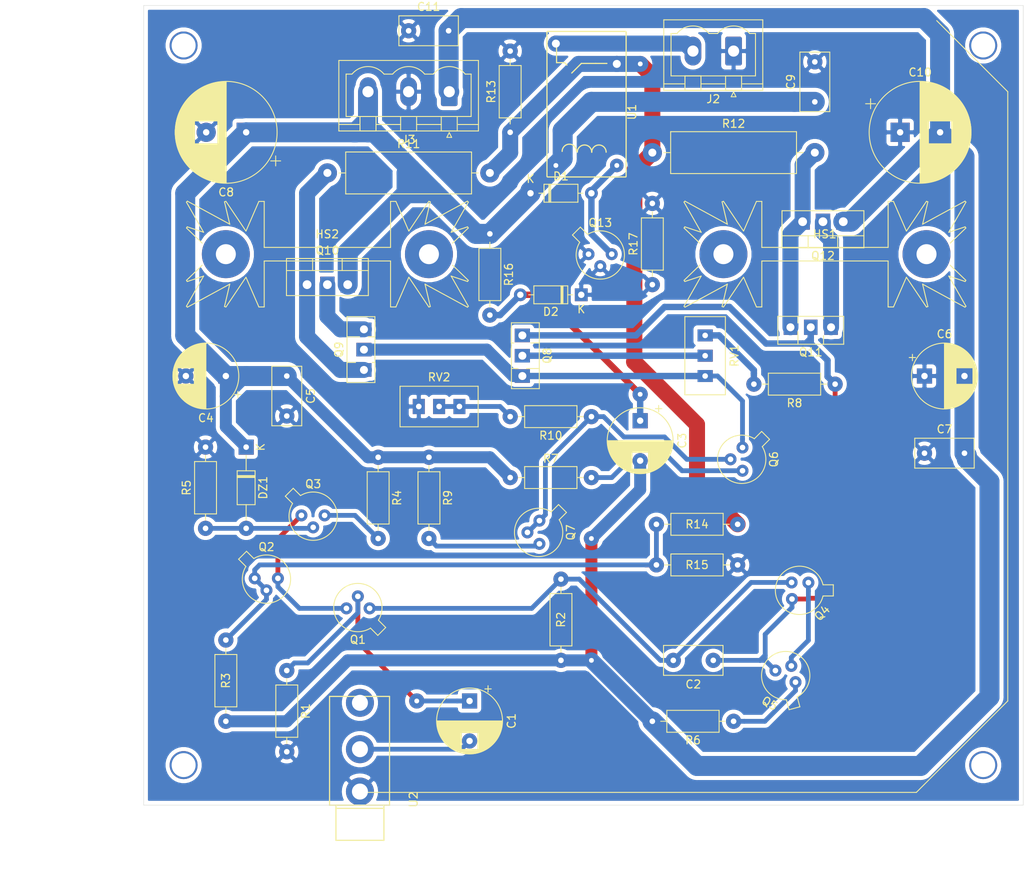
<source format=kicad_pcb>
(kicad_pcb (version 20171130) (host pcbnew "(5.1.5)-3")
  (title_block (title "Dumas Piqueras PCB") (date 2020-03-30) (rev V0) (company "INSA GEI") (comment 1 TR))
  (layers (0 F.Cu signal) (31 B.Cu signal) (34 B.Paste user) (35 F.Paste user) (36 B.SilkS user) (37 F.SilkS user) (38 B.Mask user) (39 F.Mask user) (44 Edge.Cuts user))
  (net 0 "")
  (net 1 /ib1)
  (net 2 /jackcp)
  (net 3 /ic1)
  (net 4 "Net-(C2-Pad1)")
  (net 5 -12V)
  (net 6 /iC3)
  (net 7 GND)
  (net 8 +12V)
  (net 9 /U1-Q13)
  (net 10 /iR17)
  (net 11 "Net-(DZ1-Pad2)")
  (net 12 /U1-J2)
  (net 13 /ie1)
  (net 14 /ib2)
  (net 15 "Net-(Q3-Pad3)")
  (net 16 "Net-(Q4-Pad1)")
  (net 17 "Net-(Q5-Pad1)")
  (net 18 "Net-(Q6-Pad1)")
  (net 19 "Net-(Q6-Pad2)")
  (net 20 "Net-(Q6-Pad3)")
  (net 21 "Net-(Q7-Pad3)")
  (net 22 "Net-(Q8-Pad2)")
  (net 23 "Net-(Q10-Pad2)")
  (net 24 /iR11)
  (net 25 "/i(c11||b12)")
  (net 26 /iR12)
  (net 27 "Net-(R8-Pad2)")
  (net 28 "Net-(R10-Pad2)")
  (net 29 /U1-pp)
  (net 30 "Net-(U2-PadTN)")
  (module CmpAmpliAudio:R_Axial_DIN0207_L6.3mm_D2.5mm_P10.16mm_Horizontal (layer F.Cu) (at 83.82 54.61 90)
    (fp_text reference R17 (at 5.08 -2.37 90) (layer F.SilkS))
    (fp_text value R)
    (pad 1 thru_hole circle (at 0 0 90) (size 1.9 1.9) (drill 0.7) (layers *.Cu *.Mask) (net 10 /iR17))
    (pad 2 thru_hole circle (at 10.16 0 90) (size 1.9 1.9) (drill 0.7) (layers *.Cu *.Mask) (net 7 GND))
  )
  (module CmpAmpliAudio:Relais_112LMH2 (layer F.Cu) (at 88.9 64.77 90)
    (fp_text reference U1 (at 31.75 -7.62 90) (layer F.SilkS))
    (fp_text value Relay_1CT)
    (pad b1 thru_hole circle (at 25.065 -9.525 90) (size 1.7 1.7) (drill 0.6) (layers *.Cu *.Mask) (net 9 /U1-Q13))
    (pad c1 thru_hole circle (at 37.765 -9.525 90) (size 2 2) (drill 1) (layers *.Cu *.Mask) (net 29 /U1-pp))
    (pad b2 thru_hole circle (at 25.065 -17.145 90) (size 1.7 1.7) (drill 0.6) (layers *.Cu *.Mask) (net 8 +12V))
    (pad c2 thru_hole circle (at 40.305 -17.145 90) (size 2 2) (drill 1) (layers *.Cu *.Mask) (net 12 /U1-J2))
  )
  (module CmpAmpliAudio:CP_Radial_D8.0mm_P5.00mm (layer F.Cu) (at 60.96 106.68 270)
    (fp_text reference C1 (at 2.5 -5.25 90) (layer F.SilkS))
    (fp_text value 47u)
    (pad 1 thru_hole rect (at 0 0 270) (size 1.9 1.9) (drill 0.8) (layers *.Cu *.Mask) (net 1 /ib1))
    (pad 2 thru_hole circle (at 5 0 270) (size 1.9 1.9) (drill 0.8) (layers *.Cu *.Mask) (net 2 /jackcp))
  )
  (module CmpAmpliAudio:C_Rect_L7.2mm_W3.5mm_P5.00mm_FKS2_FKP2_MKS2_MKP2 (layer F.Cu) (at 91.44 101.6 180)
    (fp_text reference C2 (at 2.5 -3) (layer F.SilkS))
    (fp_text value C)
    (pad 2 thru_hole circle (at 5 0 180) (size 1.9 1.9) (drill 0.7) (layers *.Cu *.Mask) (net 3 /ic1))
    (pad 1 thru_hole circle (at 0 0 180) (size 1.9 1.9) (drill 0.7) (layers *.Cu *.Mask) (net 4 "Net-(C2-Pad1)"))
  )
  (module CmpAmpliAudio:CP_Radial_D8.0mm_P5.00mm (layer F.Cu) (at 82.296 71.628 270)
    (fp_text reference C3 (at 2.5 -5.25 90) (layer F.SilkS))
    (fp_text value 47u)
    (pad 2 thru_hole circle (at 5 0 270) (size 1.9 1.9) (drill 0.8) (layers *.Cu *.Mask) (net 5 -12V))
    (pad 1 thru_hole rect (at 0 0 270) (size 1.9 1.9) (drill 0.8) (layers *.Cu *.Mask) (net 6 /iC3))
  )
  (module CmpAmpliAudio:CP_Radial_D8.0mm_P5.00mm (layer F.Cu) (at 30.48 66.04 180)
    (fp_text reference C4 (at 2.5 -5.25) (layer F.SilkS))
    (fp_text value 10u)
    (pad 2 thru_hole circle (at 5 0 180) (size 1.9 1.9) (drill 0.8) (layers *.Cu *.Mask) (net 7 GND))
    (pad 1 thru_hole rect (at 0 0 180) (size 1.9 1.9) (drill 0.8) (layers *.Cu *.Mask) (net 8 +12V))
  )
  (module CmpAmpliAudio:C_Rect_L7.2mm_W3.5mm_P5.00mm_FKS2_FKP2_MKS2_MKP2 (layer F.Cu) (at 38.1 66.04 270)
    (fp_text reference C5 (at 2.5 -3 90) (layer F.SilkS))
    (fp_text value 100n)
    (pad 1 thru_hole circle (at 0 0 270) (size 1.9 1.9) (drill 0.7) (layers *.Cu *.Mask) (net 8 +12V))
    (pad 2 thru_hole circle (at 5 0 270) (size 1.9 1.9) (drill 0.7) (layers *.Cu *.Mask) (net 7 GND))
  )
  (module CmpAmpliAudio:CP_Radial_D8.0mm_P5.00mm (layer F.Cu) (at 117.856 66.04)
    (fp_text reference C6 (at 2.5 -5.25) (layer F.SilkS))
    (fp_text value 10u)
    (pad 1 thru_hole rect (at 0 0) (size 1.9 1.9) (drill 0.8) (layers *.Cu *.Mask) (net 7 GND))
    (pad 2 thru_hole circle (at 5 0) (size 1.9 1.9) (drill 0.8) (layers *.Cu *.Mask) (net 5 -12V))
  )
  (module CmpAmpliAudio:C_Rect_L7.2mm_W3.5mm_P5.00mm_FKS2_FKP2_MKS2_MKP2 (layer F.Cu) (at 117.856 75.692)
    (fp_text reference C7 (at 2.5 -3) (layer F.SilkS))
    (fp_text value 100n)
    (pad 2 thru_hole circle (at 5 0) (size 1.9 1.9) (drill 0.7) (layers *.Cu *.Mask) (net 5 -12V))
    (pad 1 thru_hole circle (at 0 0) (size 1.9 1.9) (drill 0.7) (layers *.Cu *.Mask) (net 7 GND))
  )
  (module CmpAmpliAudio:CP_Radial_D12.5mm_P5.00mm (layer F.Cu) (at 33.02 35.56 180)
    (fp_text reference C8 (at 2.5 -7.5) (layer F.SilkS))
    (fp_text value 470u)
    (pad 2 thru_hole circle (at 5 0 180) (size 2.4 2.4) (drill 0.8) (layers *.Cu *.Mask) (net 7 GND))
    (pad 1 thru_hole rect (at 0 0 180) (size 2.4 2.4) (drill 0.8) (layers *.Cu *.Mask) (net 8 +12V))
  )
  (module CmpAmpliAudio:C_Rect_L7.2mm_W3.5mm_P5.00mm_FKS2_FKP2_MKS2_MKP2 (layer F.Cu) (at 104.14 31.75 90)
    (fp_text reference C9 (at 2.5 -3 90) (layer F.SilkS))
    (fp_text value 100n)
    (pad 1 thru_hole circle (at 0 0 90) (size 1.9 1.9) (drill 0.7) (layers *.Cu *.Mask) (net 8 +12V))
    (pad 2 thru_hole circle (at 5 0 90) (size 1.9 1.9) (drill 0.7) (layers *.Cu *.Mask) (net 7 GND))
  )
  (module CmpAmpliAudio:CP_Radial_D12.5mm_P5.00mm (layer F.Cu) (at 114.808 35.56)
    (fp_text reference C10 (at 2.5 -7.5) (layer F.SilkS))
    (fp_text value 470u)
    (pad 1 thru_hole rect (at 0 0) (size 2.4 2.4) (drill 0.8) (layers *.Cu *.Mask) (net 7 GND))
    (pad 2 thru_hole circle (at 5 0) (size 2.4 2.4) (drill 0.8) (layers *.Cu *.Mask) (net 5 -12V))
  )
  (module CmpAmpliAudio:C_Rect_L7.2mm_W3.5mm_P5.00mm_FKS2_FKP2_MKS2_MKP2 (layer F.Cu) (at 53.34 22.86)
    (fp_text reference C11 (at 2.5 -3) (layer F.SilkS))
    (fp_text value 100n)
    (pad 1 thru_hole circle (at 0 0) (size 1.9 1.9) (drill 0.7) (layers *.Cu *.Mask) (net 7 GND))
    (pad 2 thru_hole circle (at 5 0) (size 1.9 1.9) (drill 0.7) (layers *.Cu *.Mask) (net 5 -12V))
  )
  (module Diode_THT:D_DO-35_SOD27_P7.62mm_Horizontal (layer F.Cu) (at 68.58 43.18)
    (fp_text reference D1 (at 3.81 -2.12) (layer F.SilkS))
    (fp_text value 1N4148)
    (fp_text user K (at 0 -1.8) (layer F.SilkS))
    (pad 2 thru_hole oval (at 7.62 0) (size 1.6 1.6) (drill 0.8) (layers *.Cu *.Mask) (net 9 /U1-Q13))
    (pad 1 thru_hole rect (at 0 0) (size 1.6 1.6) (drill 0.8) (layers *.Cu *.Mask) (net 8 +12V))
  )
  (module Diode_THT:D_DO-35_SOD27_P7.62mm_Horizontal (layer F.Cu) (at 74.93 55.88 180)
    (fp_text reference D2 (at 3.81 -2.12) (layer F.SilkS))
    (fp_text value 1N4148)
    (fp_text user K (at 0 -1.8) (layer F.SilkS))
    (pad 1 thru_hole rect (at 0 0 180) (size 1.6 1.6) (drill 0.8) (layers *.Cu *.Mask) (net 10 /iR17))
    (pad 2 thru_hole oval (at 7.62 0 180) (size 1.6 1.6) (drill 0.8) (layers *.Cu *.Mask) (net 6 /iC3))
  )
  (module CmpAmpliAudio:D_DO-35_SOD27_P10.16mm_Horizontal (layer F.Cu) (at 33.02 74.93 270)
    (fp_text reference DZ1 (at 5.08 -2.12 90) (layer F.SilkS))
    (fp_text value D_Zener_ALT)
    (fp_text user K (at 0 -1.8 90) (layer F.SilkS))
    (pad 1 thru_hole rect (at 0 0 270) (size 1.9 1.9) (drill 0.7) (layers *.Cu *.Mask) (net 8 +12V))
    (pad 2 thru_hole oval (at 10.16 0 270) (size 1.9 1.9) (drill 0.7) (layers *.Cu *.Mask) (net 11 "Net-(DZ1-Pad2)"))
  )
  (module CmpAmpliAudio:Heatsink_Fischer_SK104-STC-STIC_35x13mm_2xDrill2.5mm (layer F.Cu) (at 105.41 50.8)
    (fp_text reference HS1 (at -0.025 -2.5) (layer F.SilkS))
    (fp_text value Heatsink)
    (pad 1 thru_hole circle (at -12.7 0 180) (size 6 6) (drill 2.5) (layers *.Cu *.Mask))
    (pad 1 thru_hole circle (at 12.7 0) (size 6 6) (drill 2.5) (layers *.Cu *.Mask))
  )
  (module CmpAmpliAudio:Heatsink_Fischer_SK104-STC-STIC_35x13mm_2xDrill2.5mm (layer F.Cu) (at 43.18 50.8)
    (fp_text reference HS2 (at -0.025 -2.5) (layer F.SilkS))
    (fp_text value Heatsink)
    (pad 1 thru_hole circle (at 12.7 0) (size 6 6) (drill 2.5) (layers *.Cu *.Mask))
    (pad 1 thru_hole circle (at -12.7 0 180) (size 6 6) (drill 2.5) (layers *.Cu *.Mask))
  )
  (module CmpAmpliAudio:PhoenixContact_MSTBVA_2,5_2-G-5,08_1x02_P5.08mm_Vertical (layer F.Cu) (at 93.98 25.4 180)
    (fp_text reference J2 (at 2.54 -6) (layer F.SilkS))
    (fp_text value Conn_01x02)
    (pad 1 thru_hole roundrect (at 0 0 180) (size 2.08 3.6) (drill 1.4) (layers *.Cu *.Mask) (roundrect_rratio 0.120192) (net 7 GND))
    (pad 2 thru_hole oval (at 5.08 0 180) (size 2.08 3.6) (drill 1.4) (layers *.Cu *.Mask) (net 12 /U1-J2))
  )
  (module CmpAmpliAudio:PhoenixContact_MSTBVA_2,5_3-G-5,08_1x03_P5.08mm_Vertical (layer F.Cu) (at 58.42 30.48 180)
    (fp_text reference J3 (at 5.08 -6) (layer F.SilkS))
    (fp_text value Conn_01x03)
    (pad 1 thru_hole roundrect (at 0 0 180) (size 2.08 3.6) (drill 1.4) (layers *.Cu *.Mask) (roundrect_rratio 0.120192) (net 5 -12V))
    (pad 2 thru_hole oval (at 5.08 0 180) (size 2.08 3.6) (drill 1.4) (layers *.Cu *.Mask) (net 7 GND))
    (pad 3 thru_hole oval (at 10.16 0 180) (size 2.08 3.6) (drill 1.4) (layers *.Cu *.Mask) (net 8 +12V))
  )
  (module CmpAmpliAudio:TO-18-3 (layer F.Cu) (at 48.26 94.996 180)
    (fp_text reference Q1 (at 1.27 -4.02) (layer F.SilkS))
    (fp_text value 2N2907)
    (pad 3 thru_hole circle (at 2.7 -0.1 180) (size 1.5 1.5) (drill 0.7) (layers *.Cu *.Mask) (net 13 /ie1))
    (pad 2 thru_hole circle (at 1.27 1.4 180) (size 1.5 1.5) (drill 0.7) (layers *.Cu *.Mask) (net 1 /ib1))
    (pad 1 thru_hole circle (at -0.2 -0.1 180) (size 1.5 1.5) (drill 0.7) (layers *.Cu *.Mask) (net 3 /ic1))
  )
  (module CmpAmpliAudio:TO-18-3 (layer F.Cu) (at 34.29 91.44)
    (fp_text reference Q2 (at 1.27 -4.02) (layer F.SilkS))
    (fp_text value 2N2907)
    (pad 1 thru_hole circle (at -0.2 -0.1) (size 1.5 1.5) (drill 0.7) (layers *.Cu *.Mask) (net 14 /ib2))
    (pad 2 thru_hole circle (at 1.27 1.4) (size 1.5 1.5) (drill 0.7) (layers *.Cu *.Mask) (net 14 /ib2))
    (pad 3 thru_hole circle (at 2.7 -0.1) (size 1.5 1.5) (drill 0.7) (layers *.Cu *.Mask) (net 13 /ie1))
  )
  (module CmpAmpliAudio:TO-18-3 (layer F.Cu) (at 40.132 83.566)
    (fp_text reference Q3 (at 1.27 -4.02) (layer F.SilkS))
    (fp_text value 2N2907)
    (pad 1 thru_hole circle (at -0.2 -0.1) (size 1.5 1.5) (drill 0.7) (layers *.Cu *.Mask) (net 13 /ie1))
    (pad 2 thru_hole circle (at 1.27 1.4) (size 1.5 1.5) (drill 0.7) (layers *.Cu *.Mask) (net 11 "Net-(DZ1-Pad2)"))
    (pad 3 thru_hole circle (at 2.7 -0.1) (size 1.5 1.5) (drill 0.7) (layers *.Cu *.Mask) (net 15 "Net-(Q3-Pad3)"))
  )
  (module CmpAmpliAudio:TO-18-3 (layer F.Cu) (at 103.124 91.948 225)
    (fp_text reference Q4 (at 1.27 -4.02 45) (layer F.SilkS))
    (fp_text value 2N2222)
    (pad 3 thru_hole circle (at 2.7 -0.1 225) (size 1.5 1.5) (drill 0.7) (layers *.Cu *.Mask) (net 4 "Net-(C2-Pad1)"))
    (pad 2 thru_hole circle (at 1.27 1.4 225) (size 1.5 1.5) (drill 0.7) (layers *.Cu *.Mask) (net 3 /ic1))
    (pad 1 thru_hole circle (at -0.2 -0.1 225) (size 1.5 1.5) (drill 0.7) (layers *.Cu *.Mask) (net 16 "Net-(Q4-Pad1)"))
  )
  (module CmpAmpliAudio:TO-18-3 (layer F.Cu) (at 101.6 104.14 150)
    (fp_text reference Q5 (at 1.27 -4.02 150) (layer F.SilkS))
    (fp_text value 2N2222)
    (pad 1 thru_hole circle (at -0.2 -0.1 150) (size 1.5 1.5) (drill 0.7) (layers *.Cu *.Mask) (net 17 "Net-(Q5-Pad1)"))
    (pad 2 thru_hole circle (at 1.27 1.4 150) (size 1.5 1.5) (drill 0.7) (layers *.Cu *.Mask) (net 16 "Net-(Q4-Pad1)"))
    (pad 3 thru_hole circle (at 2.7 -0.1 150) (size 1.5 1.5) (drill 0.7) (layers *.Cu *.Mask) (net 4 "Net-(C2-Pad1)"))
  )
  (module CmpAmpliAudio:TO-18-3 (layer F.Cu) (at 94.996 75.184 270)
    (fp_text reference Q6 (at 1.27 -4.02 90) (layer F.SilkS))
    (fp_text value 2N2907)
    (pad 1 thru_hole circle (at -0.2 -0.1 270) (size 1.5 1.5) (drill 0.7) (layers *.Cu *.Mask) (net 18 "Net-(Q6-Pad1)"))
    (pad 2 thru_hole circle (at 1.27 1.4 270) (size 1.5 1.5) (drill 0.7) (layers *.Cu *.Mask) (net 19 "Net-(Q6-Pad2)"))
    (pad 3 thru_hole circle (at 2.7 -0.1 270) (size 1.5 1.5) (drill 0.7) (layers *.Cu *.Mask) (net 20 "Net-(Q6-Pad3)"))
  )
  (module CmpAmpliAudio:TO-18-3 (layer F.Cu) (at 69.596 84.328 270)
    (fp_text reference Q7 (at 1.27 -4.02 90) (layer F.SilkS))
    (fp_text value 2N2907)
    (pad 3 thru_hole circle (at 2.7 -0.1 270) (size 1.5 1.5) (drill 0.7) (layers *.Cu *.Mask) (net 21 "Net-(Q7-Pad3)"))
    (pad 2 thru_hole circle (at 1.27 1.4 270) (size 1.5 1.5) (drill 0.7) (layers *.Cu *.Mask) (net 19 "Net-(Q6-Pad2)"))
    (pad 1 thru_hole circle (at -0.2 -0.1 270) (size 1.5 1.5) (drill 0.7) (layers *.Cu *.Mask) (net 19 "Net-(Q6-Pad2)"))
  )
  (module CmpAmpliAudio:TO-126-3_Vertical (layer F.Cu) (at 67.564 60.96 270)
    (fp_text reference Q8 (at 2.54 -3.12 90) (layer F.SilkS))
    (fp_text value BD139)
    (pad 1 thru_hole rect (at 0 0 270) (size 1.7 1.9) (drill 1) (layers *.Cu *.Mask) (net 4 "Net-(C2-Pad1)"))
    (pad 2 thru_hole rect (at 2.54 0 270) (size 1.7 1.9) (drill 1) (layers *.Cu *.Mask) (net 22 "Net-(Q8-Pad2)"))
    (pad 3 thru_hole rect (at 5.08 0 270) (size 1.7 1.9) (drill 1) (layers *.Cu *.Mask) (net 18 "Net-(Q6-Pad1)"))
  )
  (module CmpAmpliAudio:TO-126-3_Vertical (layer F.Cu) (at 47.752 65.278 90)
    (fp_text reference Q9 (at 2.54 -3.12 90) (layer F.SilkS))
    (fp_text value BD139)
    (pad 3 thru_hole rect (at 5.08 0 90) (size 1.7 1.9) (drill 1) (layers *.Cu *.Mask) (net 23 "Net-(Q10-Pad2)"))
    (pad 2 thru_hole rect (at 2.54 0 90) (size 1.7 1.9) (drill 1) (layers *.Cu *.Mask) (net 18 "Net-(Q6-Pad1)"))
    (pad 1 thru_hole rect (at 0 0 90) (size 1.7 1.9) (drill 1) (layers *.Cu *.Mask) (net 24 /iR11))
  )
  (module CmpAmpliAudio:TO-220-3_Vertical (layer F.Cu) (at 40.64 54.61)
    (fp_text reference Q10 (at 2.54 -4.27) (layer F.SilkS))
    (fp_text value TIP32)
    (pad 1 thru_hole rect (at 0 0) (size 1.8 2) (drill 1.1) (layers *.Cu *.Mask) (net 24 /iR11))
    (pad 2 thru_hole rect (at 2.54 0) (size 1.8 2) (drill 1.1) (layers *.Cu *.Mask) (net 23 "Net-(Q10-Pad2)"))
    (pad 3 thru_hole rect (at 5.08 0) (size 1.8 2) (drill 1.1) (layers *.Cu *.Mask) (net 8 +12V))
  )
  (module CmpAmpliAudio:TO-126-3_Vertical (layer F.Cu) (at 106.172 59.944 180)
    (fp_text reference Q11 (at 2.54 -3.12) (layer F.SilkS))
    (fp_text value BD138)
    (pad 1 thru_hole rect (at 0 0 180) (size 1.7 1.9) (drill 1) (layers *.Cu *.Mask) (net 25 "/i(c11||b12)"))
    (pad 2 thru_hole rect (at 2.54 0 180) (size 1.7 1.9) (drill 1) (layers *.Cu *.Mask) (net 4 "Net-(C2-Pad1)"))
    (pad 3 thru_hole rect (at 5.08 0 180) (size 1.7 1.9) (drill 1) (layers *.Cu *.Mask) (net 26 /iR12))
  )
  (module CmpAmpliAudio:TO-220-3_Vertical (layer F.Cu) (at 107.696 46.736 180)
    (fp_text reference Q12 (at 2.54 -4.27) (layer F.SilkS))
    (fp_text value TIP31)
    (pad 3 thru_hole rect (at 5.08 0 180) (size 1.8 2) (drill 1.1) (layers *.Cu *.Mask) (net 26 /iR12))
    (pad 2 thru_hole rect (at 2.54 0 180) (size 1.8 2) (drill 1.1) (layers *.Cu *.Mask) (net 25 "/i(c11||b12)"))
    (pad 1 thru_hole rect (at 0 0 180) (size 1.8 2) (drill 1.1) (layers *.Cu *.Mask) (net 5 -12V))
  )
  (module CmpAmpliAudio:TO-18-3 (layer F.Cu) (at 76.04 50.9)
    (fp_text reference Q13 (at 1.27 -4.02) (layer F.SilkS))
    (fp_text value 2N2222)
    (pad 3 thru_hole circle (at 2.7 -0.1) (size 1.5 1.5) (drill 0.7) (layers *.Cu *.Mask) (net 9 /U1-Q13))
    (pad 2 thru_hole circle (at 1.27 1.4) (size 1.5 1.5) (drill 0.7) (layers *.Cu *.Mask) (net 10 /iR17))
    (pad 1 thru_hole circle (at -0.2 -0.1) (size 1.5 1.5) (drill 0.7) (layers *.Cu *.Mask) (net 7 GND))
  )
  (module CmpAmpliAudio:R_Axial_DIN0207_L6.3mm_D2.5mm_P10.16mm_Horizontal (layer F.Cu) (at 38.1 102.87 270)
    (fp_text reference R1 (at 5.08 -2.37 90) (layer F.SilkS))
    (fp_text value R)
    (pad 2 thru_hole circle (at 10.16 0 270) (size 1.9 1.9) (drill 0.7) (layers *.Cu *.Mask) (net 7 GND))
    (pad 1 thru_hole circle (at 0 0 270) (size 1.9 1.9) (drill 0.7) (layers *.Cu *.Mask) (net 1 /ib1))
  )
  (module CmpAmpliAudio:R_Axial_DIN0207_L6.3mm_D2.5mm_P10.16mm_Horizontal (layer F.Cu) (at 72.39 91.44 270)
    (fp_text reference R2 (at 5.08 0 270) (layer F.SilkS))
    (fp_text value R)
    (pad 1 thru_hole circle (at 0 0 270) (size 1.9 1.9) (drill 0.7) (layers *.Cu *.Mask) (net 3 /ic1))
    (pad 2 thru_hole circle (at 10.16 0 270) (size 1.9 1.9) (drill 0.7) (layers *.Cu *.Mask) (net 5 -12V))
  )
  (module CmpAmpliAudio:R_Axial_DIN0207_L6.3mm_D2.5mm_P10.16mm_Horizontal (layer F.Cu) (at 30.48 99.06 270)
    (fp_text reference R3 (at 5.08 0 90) (layer F.SilkS))
    (fp_text value R)
    (pad 2 thru_hole circle (at 10.16 0 270) (size 1.9 1.9) (drill 0.7) (layers *.Cu *.Mask) (net 5 -12V))
    (pad 1 thru_hole circle (at 0 0 270) (size 1.9 1.9) (drill 0.7) (layers *.Cu *.Mask) (net 14 /ib2))
  )
  (module CmpAmpliAudio:R_Axial_DIN0207_L6.3mm_D2.5mm_P10.16mm_Horizontal (layer F.Cu) (at 49.53 76.2 270)
    (fp_text reference R4 (at 5.08 -2.37 90) (layer F.SilkS))
    (fp_text value R)
    (pad 1 thru_hole circle (at 0 0 270) (size 1.9 1.9) (drill 0.7) (layers *.Cu *.Mask) (net 8 +12V))
    (pad 2 thru_hole circle (at 10.16 0 270) (size 1.9 1.9) (drill 0.7) (layers *.Cu *.Mask) (net 15 "Net-(Q3-Pad3)"))
  )
  (module CmpAmpliAudio:R_Axial_DIN0207_L6.3mm_D2.5mm_P10.16mm_Horizontal (layer F.Cu) (at 27.94 85.09 90)
    (fp_text reference R5 (at 5.08 -2.37 90) (layer F.SilkS))
    (fp_text value R)
    (pad 1 thru_hole circle (at 0 0 90) (size 1.9 1.9) (drill 0.7) (layers *.Cu *.Mask) (net 11 "Net-(DZ1-Pad2)"))
    (pad 2 thru_hole circle (at 10.16 0 90) (size 1.9 1.9) (drill 0.7) (layers *.Cu *.Mask) (net 7 GND))
  )
  (module CmpAmpliAudio:R_Axial_DIN0207_L6.3mm_D2.5mm_P10.16mm_Horizontal (layer F.Cu) (at 93.98 109.22 180)
    (fp_text reference R6 (at 5.08 -2.37) (layer F.SilkS))
    (fp_text value R)
    (pad 2 thru_hole circle (at 10.16 0 180) (size 1.9 1.9) (drill 0.7) (layers *.Cu *.Mask) (net 5 -12V))
    (pad 1 thru_hole circle (at 0 0 180) (size 1.9 1.9) (drill 0.7) (layers *.Cu *.Mask) (net 17 "Net-(Q5-Pad1)"))
  )
  (module CmpAmpliAudio:R_Axial_DIN0207_L6.3mm_D2.5mm_P10.16mm_Horizontal (layer F.Cu) (at 66.04 78.74)
    (fp_text reference R7 (at 5.08 -2.37) (layer F.SilkS))
    (fp_text value R)
    (pad 2 thru_hole circle (at 10.16 0) (size 1.9 1.9) (drill 0.7) (layers *.Cu *.Mask) (net 20 "Net-(Q6-Pad3)"))
    (pad 1 thru_hole circle (at 0 0) (size 1.9 1.9) (drill 0.7) (layers *.Cu *.Mask) (net 8 +12V))
  )
  (module CmpAmpliAudio:R_Axial_DIN0207_L6.3mm_D2.5mm_P10.16mm_Horizontal (layer F.Cu) (at 106.68 67.056 180)
    (fp_text reference R8 (at 5.08 -2.37) (layer F.SilkS))
    (fp_text value R)
    (pad 1 thru_hole circle (at 0 0 180) (size 1.9 1.9) (drill 0.7) (layers *.Cu *.Mask) (net 4 "Net-(C2-Pad1)"))
    (pad 2 thru_hole circle (at 10.16 0 180) (size 1.9 1.9) (drill 0.7) (layers *.Cu *.Mask) (net 27 "Net-(R8-Pad2)"))
  )
  (module CmpAmpliAudio:R_Axial_DIN0207_L6.3mm_D2.5mm_P10.16mm_Horizontal (layer F.Cu) (at 55.88 76.2 270)
    (fp_text reference R9 (at 5.08 -2.37 90) (layer F.SilkS))
    (fp_text value R)
    (pad 1 thru_hole circle (at 0 0 270) (size 1.9 1.9) (drill 0.7) (layers *.Cu *.Mask) (net 8 +12V))
    (pad 2 thru_hole circle (at 10.16 0 270) (size 1.9 1.9) (drill 0.7) (layers *.Cu *.Mask) (net 21 "Net-(Q7-Pad3)"))
  )
  (module CmpAmpliAudio:R_Axial_DIN0207_L6.3mm_D2.5mm_P10.16mm_Horizontal (layer F.Cu) (at 76.2 71.12 180)
    (fp_text reference R10 (at 5.08 -2.37) (layer F.SilkS))
    (fp_text value R)
    (pad 2 thru_hole circle (at 10.16 0 180) (size 1.9 1.9) (drill 0.7) (layers *.Cu *.Mask) (net 28 "Net-(R10-Pad2)"))
    (pad 1 thru_hole circle (at 0 0 180) (size 1.9 1.9) (drill 0.7) (layers *.Cu *.Mask) (net 19 "Net-(Q6-Pad2)"))
  )
  (module CmpAmpliAudio:R_Axial_DIN0516_L15.5mm_D5.0mm_P20.32mm_Horizontal (layer F.Cu) (at 43.18 40.64)
    (fp_text reference R11 (at 10.16 -3.62) (layer F.SilkS))
    (fp_text value R)
    (pad 2 thru_hole oval (at 20.32 0) (size 2.4 2.4) (drill 1) (layers *.Cu *.Mask) (net 29 /U1-pp))
    (pad 1 thru_hole circle (at 0 0) (size 2.4 2.4) (drill 1) (layers *.Cu *.Mask) (net 24 /iR11))
  )
  (module CmpAmpliAudio:R_Axial_DIN0516_L15.5mm_D5.0mm_P20.32mm_Horizontal (layer F.Cu) (at 83.82 38.1)
    (fp_text reference R12 (at 10.16 -3.62) (layer F.SilkS))
    (fp_text value R)
    (pad 1 thru_hole circle (at 0 0) (size 2.4 2.4) (drill 1) (layers *.Cu *.Mask) (net 29 /U1-pp))
    (pad 2 thru_hole oval (at 20.32 0) (size 2.4 2.4) (drill 1) (layers *.Cu *.Mask) (net 26 /iR12))
  )
  (module CmpAmpliAudio:R_Axial_DIN0207_L6.3mm_D2.5mm_P10.16mm_Horizontal (layer F.Cu) (at 66.04 35.56 90)
    (fp_text reference R13 (at 5.08 -2.37 90) (layer F.SilkS))
    (fp_text value R)
    (pad 2 thru_hole circle (at 10.16 0 90) (size 1.9 1.9) (drill 0.7) (layers *.Cu *.Mask) (net 7 GND))
    (pad 1 thru_hole circle (at 0 0 90) (size 1.9 1.9) (drill 0.7) (layers *.Cu *.Mask) (net 29 /U1-pp))
  )
  (module CmpAmpliAudio:R_Axial_DIN0207_L6.3mm_D2.5mm_P10.16mm_Horizontal (layer F.Cu) (at 94.488 84.582 180)
    (fp_text reference R14 (at 5.08 0) (layer F.SilkS))
    (fp_text value R)
    (pad 1 thru_hole circle (at 0 0 180) (size 1.9 1.9) (drill 0.7) (layers *.Cu *.Mask) (net 29 /U1-pp))
    (pad 2 thru_hole circle (at 10.16 0 180) (size 1.9 1.9) (drill 0.7) (layers *.Cu *.Mask) (net 14 /ib2))
  )
  (module CmpAmpliAudio:R_Axial_DIN0207_L6.3mm_D2.5mm_P10.16mm_Horizontal (layer F.Cu) (at 84.328 89.662)
    (fp_text reference R15 (at 5.08 0) (layer F.SilkS))
    (fp_text value R)
    (pad 2 thru_hole circle (at 10.16 0) (size 1.9 1.9) (drill 0.7) (layers *.Cu *.Mask) (net 7 GND))
    (pad 1 thru_hole circle (at 0 0) (size 1.9 1.9) (drill 0.7) (layers *.Cu *.Mask) (net 14 /ib2))
  )
  (module CmpAmpliAudio:R_Axial_DIN0207_L6.3mm_D2.5mm_P10.16mm_Horizontal (layer F.Cu) (at 63.5 48.26 270)
    (fp_text reference R16 (at 5.08 -2.37 90) (layer F.SilkS))
    (fp_text value R)
    (pad 1 thru_hole circle (at 0 0 270) (size 1.9 1.9) (drill 0.7) (layers *.Cu *.Mask) (net 8 +12V))
    (pad 2 thru_hole circle (at 10.16 0 270) (size 1.9 1.9) (drill 0.7) (layers *.Cu *.Mask) (net 6 /iC3))
  )
  (module CmpAmpliAudio:Potentiometer_Bourns_3296W_Vertical (layer F.Cu) (at 90.424 66.04 270)
    (fp_text reference RV1 (at -2.54 -3.66 90) (layer F.SilkS))
    (fp_text value R_POT)
    (pad 3 thru_hole rect (at -5.08 0 270) (size 1.5 1.9) (drill 0.7) (layers *.Cu *.Mask) (net 27 "Net-(R8-Pad2)"))
    (pad 2 thru_hole rect (at -2.54 0 270) (size 1.5 1.9) (drill 0.7) (layers *.Cu *.Mask) (net 22 "Net-(Q8-Pad2)"))
    (pad 1 thru_hole rect (at 0 0 270) (size 1.5 1.9) (drill 0.7) (layers *.Cu *.Mask) (net 18 "Net-(Q6-Pad1)"))
  )
  (module CmpAmpliAudio:Potentiometer_Bourns_3296W_Vertical (layer F.Cu) (at 59.69 69.85)
    (fp_text reference RV2 (at -2.54 -3.66) (layer F.SilkS))
    (fp_text value R_POT)
    (pad 1 thru_hole rect (at 0 0) (size 1.5 1.9) (drill 0.7) (layers *.Cu *.Mask) (net 28 "Net-(R10-Pad2)"))
    (pad 2 thru_hole rect (at -2.54 0) (size 1.5 1.9) (drill 0.7) (layers *.Cu *.Mask) (net 28 "Net-(R10-Pad2)"))
    (pad 3 thru_hole rect (at -5.08 0) (size 1.5 1.9) (drill 0.7) (layers *.Cu *.Mask) (net 7 GND))
  )
  (module CmpAmpliAudio:Jack_35RAPC2AV (layer F.Cu) (at 47.25 120.11 90)
    (fp_text reference U2 (at 1.1 6.7 90) (layer F.SilkS))
    (fp_text value Jack_Mono)
    (pad TN thru_hole circle (at 13.2 0 90) (size 3.5 3.5) (drill 2) (layers *.Cu *.Mask) (net 30 "Net-(U2-PadTN)"))
    (pad G thru_hole circle (at 2.1 0 90) (size 3.5 3.5) (drill 2) (layers *.Cu *.Mask) (net 7 GND))
    (pad T thru_hole circle (at 7.4 0 90) (size 3.5 3.5) (drill 2) (layers *.Cu *.Mask) (net 2 /jackcp))
  )
  (gr_text "PIQUERAS DUMAS\n15/04/2020\nPCB Top" (at 113.284 84.328 90) (layer F.Cu) (effects (font (size 1.5 1.5) (thickness 0.3))))
  (gr_text "PIQUERAS DUMAS\n15/04/2020\nPCB Bottom" (at 118.872 100.584 90) (layer B.Cu) (effects (font (size 1.5 1.5) (thickness 0.3)) (justify mirror)))
  (gr_line (start 128.27 30.48) (end 119.38 21.59) (layer F.SilkS) (width 0.12))
  (gr_line (start 128.27 106.68) (end 128.27 30.48) (layer F.SilkS) (width 0.12))
  (gr_line (start 116.84 118.11) (end 128.27 106.68) (layer F.SilkS) (width 0.12))
  (gr_line (start 46.99 118.11) (end 116.84 118.11) (layer F.SilkS) (width 0.12))
  (gr_line (start 20.2 119.7) (end 20.2 19.7) (layer Edge.Cuts) (width 0.05))
  (gr_line (start 130.2 119.7) (end 20.2 119.7) (layer Edge.Cuts) (width 0.05))
  (gr_line (start 130.2 19.7) (end 130.2 119.7) (layer Edge.Cuts) (width 0.05))
  (gr_line (start 20.2 19.7) (end 130.2 19.7) (layer Edge.Cuts) (width 0.05))
  (via (at 25.2 24.7) (size 3.5) (drill 3) (layers F.Cu B.Cu) (net 0))
  (via (at 25.2 114.7) (size 3.5) (drill 3) (layers F.Cu B.Cu) (net 0))
  (via (at 125.2 24.7) (size 3.5) (drill 3) (layers F.Cu B.Cu) (net 0))
  (via (at 125.2 114.7) (size 3.5) (drill 3) (layers F.Cu B.Cu) (net 0))
  (segment (start 46.99 94.65666) (end 46.99 93.596) (width 0.6) (layer B.Cu) (net 1))
  (segment (start 46.99 95.664002) (end 46.99 94.65666) (width 0.6) (layer B.Cu) (net 1))
  (segment (start 40.734001 101.920001) (end 46.99 95.664002) (width 0.6) (layer B.Cu) (net 1))
  (segment (start 39.049999 101.920001) (end 40.734001 101.920001) (width 0.6) (layer B.Cu) (net 1))
  (segment (start 38.1 102.87) (end 39.049999 101.920001) (width 0.6) (layer B.Cu) (net 1))
  (segment (start 60.96 106.68) (end 59.41 106.68) (width 0.6) (layer B.Cu) (net 1))
  (via (at 54.356 106.68) (size 1.9) (drill 0.6) (layers F.Cu B.Cu) (net 1))
  (segment (start 59.41 106.68) (end 54.356 106.68) (width 0.6) (layer B.Cu) (net 1))
  (segment (start 46.99 99.314) (end 46.99 93.596) (width 0.6) (layer F.Cu) (net 1))
  (segment (start 54.356 106.68) (end 46.99 99.314) (width 0.6) (layer F.Cu) (net 1))
  (segment (start 59.93 112.71) (end 60.96 111.68) (width 0.6) (layer B.Cu) (net 2))
  (segment (start 47.25 112.71) (end 59.93 112.71) (width 0.6) (layer B.Cu) (net 2))
  (segment (start 68.734 95.096) (end 72.39 91.44) (width 0.6) (layer B.Cu) (net 3))
  (segment (start 48.46 95.096) (end 68.734 95.096) (width 0.6) (layer B.Cu) (net 3))
  (segment (start 96.183924 91.856076) (end 101.236025 91.856076) (width 0.6) (layer B.Cu) (net 3))
  (segment (start 86.44 101.6) (end 96.183924 91.856076) (width 0.6) (layer B.Cu) (net 3))
  (segment (start 84.836 101.6) (end 86.44 101.6) (width 0.6) (layer B.Cu) (net 3))
  (segment (start 72.39 91.44) (end 74.676 91.44) (width 0.6) (layer B.Cu) (net 3))
  (segment (start 74.676 91.44) (end 84.836 101.6) (width 0.6) (layer B.Cu) (net 3))
  (segment (start 67.564 60.96) (end 81.788 60.96) (width 0.8) (layer B.Cu) (net 4))
  (segment (start 85.344 57.404) (end 93.472 57.404) (width 0.8) (layer B.Cu) (net 4))
  (segment (start 93.472 57.404) (end 98.044 61.976) (width 0.8) (layer B.Cu) (net 4))
  (segment (start 81.788 60.96) (end 85.344 57.404) (width 0.8) (layer B.Cu) (net 4))
  (segment (start 105.730001 64.074001) (end 103.491 61.835) (width 0.8) (layer B.Cu) (net 4))
  (segment (start 103.35 61.976) (end 103.491 61.835) (width 0.8) (layer B.Cu) (net 4))
  (segment (start 105.730001 66.106001) (end 105.730001 64.074001) (width 0.8) (layer B.Cu) (net 4))
  (segment (start 106.68 67.056) (end 105.730001 66.106001) (width 0.8) (layer B.Cu) (net 4))
  (segment (start 103.491 61.835) (end 103.632 61.694) (width 0.8) (layer B.Cu) (net 4))
  (segment (start 97.935128 101.6) (end 99.211731 102.876603) (width 0.6) (layer B.Cu) (net 4))
  (segment (start 101.285522 93.927899) (end 101.285522 94.988559) (width 0.6) (layer B.Cu) (net 4))
  (segment (start 101.285522 94.988559) (end 97.935128 98.338953) (width 0.6) (layer B.Cu) (net 4))
  (segment (start 103.283524 93.927899) (end 103.378 93.833423) (width 0.6) (layer F.Cu) (net 4))
  (segment (start 101.285522 93.927899) (end 103.283524 93.927899) (width 0.6) (layer F.Cu) (net 4))
  (segment (start 103.378 93.833423) (end 104.540577 93.833423) (width 0.6) (layer F.Cu) (net 4))
  (segment (start 106.68 91.694) (end 106.68 67.056) (width 0.6) (layer F.Cu) (net 4))
  (segment (start 104.540577 93.833423) (end 106.68 91.694) (width 0.6) (layer F.Cu) (net 4))
  (segment (start 102.87 61.976) (end 103.632 61.214) (width 0.6) (layer B.Cu) (net 4))
  (segment (start 102.616 61.976) (end 102.87 61.976) (width 0.6) (layer B.Cu) (net 4))
  (segment (start 98.044 61.976) (end 102.616 61.976) (width 0.8) (layer B.Cu) (net 4))
  (segment (start 102.616 61.976) (end 103.35 61.976) (width 0.8) (layer B.Cu) (net 4))
  (segment (start 103.632 61.694) (end 103.632 61.214) (width 0.8) (layer B.Cu) (net 4))
  (segment (start 103.632 61.214) (end 103.632 59.944) (width 0.8) (layer B.Cu) (net 4))
  (segment (start 97.935128 98.338953) (end 97.935128 100.983128) (width 0.6) (layer B.Cu) (net 4))
  (segment (start 97.935128 100.983128) (end 97.935128 101.6) (width 0.6) (layer B.Cu) (net 4))
  (segment (start 97.935128 100.983128) (end 97.898872 100.983128) (width 0.6) (layer B.Cu) (net 4))
  (segment (start 91.44 101.6) (end 97.282 101.6) (width 0.6) (layer B.Cu) (net 4))
  (segment (start 97.898872 100.983128) (end 97.282 101.6) (width 0.6) (layer B.Cu) (net 4))
  (segment (start 97.282 101.6) (end 97.935128 101.6) (width 0.6) (layer B.Cu) (net 4))
  (segment (start 58.34 30.4) (end 58.42 30.48) (width 2.5) (layer B.Cu) (net 5))
  (segment (start 58.34 22.86) (end 58.34 30.4) (width 2.5) (layer B.Cu) (net 5))
  (segment (start 30.48 109.22) (end 38.1 109.22) (width 1.5) (layer B.Cu) (net 5))
  (segment (start 38.1 109.22) (end 45.72 101.6) (width 1.5) (layer B.Cu) (net 5))
  (segment (start 119.808 23.288) (end 119.808 35.56) (width 2.5) (layer B.Cu) (net 5))
  (segment (start 117.79501 21.27501) (end 119.808 23.288) (width 2.5) (layer B.Cu) (net 5))
  (segment (start 58.34 22.86) (end 59.92499 21.27501) (width 2.5) (layer B.Cu) (net 5))
  (segment (start 59.92499 21.27501) (end 117.79501 21.27501) (width 2.5) (layer B.Cu) (net 5))
  (segment (start 108.632 46.736) (end 107.696 46.736) (width 2.5) (layer B.Cu) (net 5))
  (segment (start 119.808 35.56) (end 108.632 46.736) (width 2.5) (layer B.Cu) (net 5))
  (segment (start 122.856 38.608) (end 122.856 66.04) (width 2.5) (layer B.Cu) (net 5))
  (segment (start 119.808 35.56) (end 122.856 38.608) (width 2.5) (layer B.Cu) (net 5))
  (segment (start 122.856 66.04) (end 122.856 75.692) (width 2.5) (layer B.Cu) (net 5))
  (segment (start 123.150001 75.986001) (end 123.150001 76.414001) (width 2.5) (layer B.Cu) (net 5))
  (segment (start 122.856 75.692) (end 123.150001 75.986001) (width 2.5) (layer B.Cu) (net 5))
  (segment (start 123.150001 76.414001) (end 125.984 79.248) (width 2.5) (layer B.Cu) (net 5))
  (segment (start 125.984 79.248) (end 125.984 106.172) (width 2.5) (layer B.Cu) (net 5))
  (segment (start 125.984 106.172) (end 117.348 114.808) (width 2.5) (layer B.Cu) (net 5))
  (segment (start 89.408 114.808) (end 83.82 109.22) (width 2.5) (layer B.Cu) (net 5))
  (segment (start 117.348 114.808) (end 89.408 114.808) (width 2.5) (layer B.Cu) (net 5))
  (segment (start 82.296 76.628) (end 82.296 80.264) (width 1.5) (layer B.Cu) (net 5))
  (segment (start 82.296 80.264) (end 76.2 86.36) (width 1.5) (layer B.Cu) (net 5))
  (segment (start 45.72 101.6) (end 72.39 101.6) (width 1.5) (layer B.Cu) (net 5))
  (segment (start 76.2 101.6) (end 76.2 101.6) (width 1.5) (layer B.Cu) (net 5))
  (segment (start 72.39 101.6) (end 76.2 101.6) (width 1.5) (layer B.Cu) (net 5))
  (segment (start 76.2 86.36) (end 76.2 86.36) (width 1.5) (layer B.Cu) (net 5))
  (via (at 76.2 86.36) (size 1.9) (drill 0.6) (layers F.Cu B.Cu) (net 5))
  (via (at 76.2 101.6) (size 1.9) (drill 0.6) (layers F.Cu B.Cu) (net 5))
  (segment (start 76.2 87.703502) (end 76.2 101.6) (width 1.5) (layer F.Cu) (net 5))
  (segment (start 76.2 86.36) (end 76.2 87.703502) (width 1.5) (layer F.Cu) (net 5))
  (segment (start 83.82 109.22) (end 76.2 101.6) (width 2) (layer B.Cu) (net 5))
  (segment (start 64.77 58.42) (end 67.31 55.88) (width 0.8) (layer B.Cu) (net 6))
  (segment (start 63.5 58.42) (end 64.77 58.42) (width 0.8) (layer B.Cu) (net 6))
  (segment (start 82.296 71.628) (end 82.296 68.326) (width 0.8) (layer B.Cu) (net 6))
  (via (at 82.296 68.326) (size 1.9) (drill 0.6) (layers F.Cu B.Cu) (net 6))
  (segment (start 69.85 55.88) (end 67.31 55.88) (width 0.8) (layer F.Cu) (net 6))
  (segment (start 82.296 68.326) (end 69.85 55.88) (width 0.8) (layer F.Cu) (net 6))
  (segment (start 25.4 60.96) (end 30.48 66.04) (width 2.5) (layer B.Cu) (net 8))
  (segment (start 33.02 35.56) (end 25.4 43.18) (width 2.5) (layer B.Cu) (net 8))
  (segment (start 25.4 43.18) (end 25.4 60.96) (width 2.5) (layer B.Cu) (net 8))
  (segment (start 38.1 66.04) (end 33.02 66.04) (width 2.5) (layer B.Cu) (net 8))
  (segment (start 33.02 66.04) (end 30.48 66.04) (width 2.5) (layer B.Cu) (net 8))
  (segment (start 30.48 72.39) (end 33.02 74.93) (width 1.5) (layer B.Cu) (net 8))
  (segment (start 30.48 68.58) (end 33.02 66.04) (width 1.5) (layer B.Cu) (net 8))
  (segment (start 30.48 68.58) (end 30.48 72.39) (width 1.5) (layer B.Cu) (net 8))
  (segment (start 30.48 66.04) (end 30.48 68.58) (width 1.5) (layer B.Cu) (net 8))
  (segment (start 48.26 76.2) (end 49.53 76.2) (width 1.5) (layer B.Cu) (net 8))
  (segment (start 38.1 66.04) (end 48.26 76.2) (width 1.5) (layer B.Cu) (net 8))
  (segment (start 49.53 76.2) (end 55.88 76.2) (width 1.5) (layer B.Cu) (net 8))
  (segment (start 63.5 76.2) (end 66.04 78.74) (width 1.5) (layer B.Cu) (net 8))
  (segment (start 55.88 76.2) (end 63.5 76.2) (width 1.5) (layer B.Cu) (net 8))
  (segment (start 68.58 42.88) (end 71.755 39.705) (width 2.5) (layer B.Cu) (net 8))
  (segment (start 68.58 43.18) (end 68.58 42.88) (width 2.5) (layer B.Cu) (net 8))
  (segment (start 76.2 31.75) (end 101.6 31.75) (width 2.5) (layer B.Cu) (net 8))
  (segment (start 72.604999 35.345001) (end 76.2 31.75) (width 2.5) (layer B.Cu) (net 8))
  (segment (start 71.755 39.705) (end 72.604999 38.855001) (width 2.5) (layer B.Cu) (net 8))
  (segment (start 72.604999 38.855001) (end 72.604999 35.345001) (width 2.5) (layer B.Cu) (net 8))
  (segment (start 101.6 31.75) (end 104.14 31.75) (width 2.5) (layer B.Cu) (net 8))
  (segment (start 61.74 48.26) (end 62.156498 48.26) (width 2.5) (layer B.Cu) (net 8))
  (segment (start 62.156498 48.26) (end 63.5 48.26) (width 2.5) (layer B.Cu) (net 8))
  (segment (start 63.5 48.26) (end 68.58 43.18) (width 2.5) (layer B.Cu) (net 8))
  (segment (start 48.26 35.56) (end 49.04 35.56) (width 2.5) (layer B.Cu) (net 8))
  (segment (start 45.72 54.61) (end 45.72 50.546) (width 2.5) (layer B.Cu) (net 8))
  (segment (start 46.736 35.56) (end 48.26 34.036) (width 2.5) (layer B.Cu) (net 8))
  (segment (start 46.482 35.56) (end 46.736 35.56) (width 2.5) (layer B.Cu) (net 8))
  (segment (start 33.02 35.56) (end 46.482 35.56) (width 2.5) (layer B.Cu) (net 8))
  (segment (start 46.482 35.56) (end 48.26 35.56) (width 2.5) (layer B.Cu) (net 8))
  (segment (start 48.26 35.56) (end 48.26 34.036) (width 2.5) (layer B.Cu) (net 8))
  (segment (start 48.26 34.036) (end 48.26 30.48) (width 2.5) (layer B.Cu) (net 8))
  (segment (start 53.086 43.18) (end 54.864 41.402) (width 2.5) (layer B.Cu) (net 8))
  (segment (start 53.086 40.64) (end 53.594 40.132) (width 2.5) (layer B.Cu) (net 8))
  (segment (start 53.086 43.18) (end 53.086 40.64) (width 2.5) (layer B.Cu) (net 8))
  (segment (start 49.04 35.56) (end 53.594 40.132) (width 2.5) (layer B.Cu) (net 8))
  (segment (start 45.72 50.546) (end 53.086 43.18) (width 2.5) (layer B.Cu) (net 8))
  (segment (start 53.594 40.132) (end 54.864 41.402) (width 2.5) (layer B.Cu) (net 8))
  (segment (start 56.134 43.18) (end 56.388 42.926) (width 2.5) (layer B.Cu) (net 8))
  (segment (start 53.086 43.18) (end 56.134 43.18) (width 2.5) (layer B.Cu) (net 8))
  (segment (start 54.864 41.402) (end 56.388 42.926) (width 2.5) (layer B.Cu) (net 8))
  (segment (start 56.388 42.926) (end 61.74 48.26) (width 2.5) (layer B.Cu) (net 8))
  (segment (start 76.2 48.26) (end 76.2 43.18) (width 0.8) (layer B.Cu) (net 9))
  (segment (start 78.74 50.8) (end 76.2 48.26) (width 0.8) (layer B.Cu) (net 9))
  (segment (start 76.2 42.88) (end 79.375 39.705) (width 0.8) (layer B.Cu) (net 9))
  (segment (start 76.2 43.18) (end 76.2 42.88) (width 0.8) (layer B.Cu) (net 9))
  (segment (start 27.94 85.09) (end 33.02 85.09) (width 0.6) (layer B.Cu) (net 11))
  (segment (start 41.278 85.09) (end 41.402 84.966) (width 0.6) (layer B.Cu) (net 11))
  (segment (start 33.02 85.09) (end 41.278 85.09) (width 0.6) (layer B.Cu) (net 11))
  (segment (start 87.965 24.465) (end 88.9 25.4) (width 2) (layer B.Cu) (net 12))
  (segment (start 71.755 24.465) (end 87.965 24.465) (width 2) (layer B.Cu) (net 12))
  (segment (start 36.99 86.408) (end 36.99 91.34) (width 0.6) (layer F.Cu) (net 13))
  (segment (start 39.932 83.466) (end 36.99 86.408) (width 0.6) (layer F.Cu) (net 13))
  (segment (start 39.68534 95.096) (end 44.49934 95.096) (width 0.6) (layer B.Cu) (net 13))
  (segment (start 36.99 92.40066) (end 39.68534 95.096) (width 0.6) (layer B.Cu) (net 13))
  (segment (start 44.49934 95.096) (end 45.56 95.096) (width 0.6) (layer B.Cu) (net 13))
  (segment (start 36.99 91.34) (end 36.99 92.40066) (width 0.6) (layer B.Cu) (net 13))
  (segment (start 34.09 91.37) (end 35.56 92.84) (width 0.6) (layer B.Cu) (net 14))
  (segment (start 34.09 91.34) (end 34.09 91.37) (width 0.6) (layer B.Cu) (net 14))
  (segment (start 35.56 93.98) (end 30.48 99.06) (width 0.6) (layer B.Cu) (net 14))
  (segment (start 35.56 92.84) (end 35.56 93.98) (width 0.6) (layer B.Cu) (net 14))
  (segment (start 82.984498 89.662) (end 84.328 89.662) (width 0.6) (layer F.Cu) (net 14))
  (segment (start 34.70734 89.662) (end 82.984498 89.662) (width 0.6) (layer B.Cu) (net 14))
  (segment (start 34.09 90.27934) (end 34.70734 89.662) (width 0.6) (layer B.Cu) (net 14))
  (segment (start 34.09 91.34) (end 34.09 90.27934) (width 0.6) (layer B.Cu) (net 14))
  (segment (start 82.984498 89.662) (end 84.328 89.662) (width 0.6) (layer B.Cu) (net 14))
  (segment (start 84.328 89.662) (end 84.328 84.582) (width 0.6) (layer B.Cu) (net 14))
  (segment (start 46.636 83.466) (end 49.53 86.36) (width 0.6) (layer B.Cu) (net 15))
  (segment (start 42.832 83.466) (end 46.636 83.466) (width 0.6) (layer B.Cu) (net 15))
  (segment (start 103.336132 92.937949) (end 103.336132 91.877289) (width 0.6) (layer B.Cu) (net 16))
  (segment (start 101.200148 102.292564) (end 101.200148 101.231904) (width 0.6) (layer B.Cu) (net 16))
  (segment (start 101.200148 101.231904) (end 103.336132 99.09592) (width 0.6) (layer B.Cu) (net 16))
  (segment (start 103.336132 99.09592) (end 103.336132 92.937949) (width 0.6) (layer B.Cu) (net 16))
  (segment (start 95.323502 109.22) (end 93.98 109.22) (width 0.6) (layer B.Cu) (net 17))
  (segment (start 101.723205 105.387263) (end 97.890468 109.22) (width 0.6) (layer B.Cu) (net 17))
  (segment (start 97.890468 109.22) (end 95.323502 109.22) (width 0.6) (layer B.Cu) (net 17))
  (segment (start 101.723205 104.326603) (end 101.723205 105.387263) (width 0.6) (layer B.Cu) (net 17))
  (segment (start 67.564 66.04) (end 90.424 66.04) (width 0.8) (layer B.Cu) (net 18))
  (segment (start 95.096 73.92334) (end 95.096 74.984) (width 0.6) (layer B.Cu) (net 18))
  (segment (start 95.096 69.162) (end 95.096 73.92334) (width 0.6) (layer B.Cu) (net 18))
  (segment (start 91.974 66.04) (end 95.096 69.162) (width 0.6) (layer B.Cu) (net 18))
  (segment (start 90.424 66.04) (end 91.974 66.04) (width 0.6) (layer B.Cu) (net 18))
  (segment (start 63.111998 62.738) (end 66.413998 66.04) (width 1.5) (layer B.Cu) (net 18))
  (segment (start 66.413998 66.04) (end 67.564 66.04) (width 1.5) (layer B.Cu) (net 18))
  (segment (start 47.752 62.738) (end 63.111998 62.738) (width 1.5) (layer B.Cu) (net 18))
  (segment (start 68.226 85.598) (end 69.696 84.128) (width 0.6) (layer B.Cu) (net 19))
  (segment (start 68.196 85.598) (end 68.226 85.598) (width 0.6) (layer B.Cu) (net 19))
  (segment (start 75.250001 72.069999) (end 76.2 71.12) (width 0.6) (layer B.Cu) (net 19))
  (segment (start 70.445999 76.874001) (end 75.250001 72.069999) (width 0.6) (layer B.Cu) (net 19))
  (segment (start 70.445999 83.378001) (end 70.445999 76.874001) (width 0.6) (layer B.Cu) (net 19))
  (segment (start 69.696 84.128) (end 70.445999 83.378001) (width 0.6) (layer B.Cu) (net 19))
  (segment (start 88.138 76.454) (end 93.596 76.454) (width 0.6) (layer B.Cu) (net 19))
  (segment (start 85.344 73.66) (end 88.138 76.454) (width 0.6) (layer B.Cu) (net 19))
  (segment (start 76.2 71.12) (end 77.724 71.12) (width 0.6) (layer B.Cu) (net 19))
  (segment (start 80.264 73.66) (end 85.344 73.66) (width 0.6) (layer B.Cu) (net 19))
  (segment (start 77.724 71.12) (end 80.264 73.66) (width 0.6) (layer B.Cu) (net 19))
  (segment (start 87.536 77.884) (end 95.096 77.884) (width 0.6) (layer B.Cu) (net 20))
  (segment (start 84.328 74.676) (end 87.536 77.884) (width 0.6) (layer B.Cu) (net 20))
  (segment (start 78.74 78.74) (end 80.264 77.216) (width 0.6) (layer B.Cu) (net 20))
  (segment (start 80.264 77.216) (end 80.264 75.692) (width 0.6) (layer B.Cu) (net 20))
  (segment (start 81.28 74.676) (end 84.328 74.676) (width 0.6) (layer B.Cu) (net 20))
  (segment (start 76.2 78.74) (end 78.74 78.74) (width 0.6) (layer B.Cu) (net 20))
  (segment (start 80.264 75.692) (end 81.28 74.676) (width 0.6) (layer B.Cu) (net 20))
  (segment (start 69.414001 87.309999) (end 69.696 87.028) (width 0.6) (layer B.Cu) (net 21))
  (segment (start 56.829999 87.309999) (end 69.414001 87.309999) (width 0.6) (layer B.Cu) (net 21))
  (segment (start 55.88 86.36) (end 56.829999 87.309999) (width 0.6) (layer B.Cu) (net 21))
  (segment (start 67.564 63.5) (end 90.424 63.5) (width 0.8) (layer B.Cu) (net 22))
  (segment (start 43.16999 58.56599) (end 43.16999 54.61) (width 2) (layer B.Cu) (net 23))
  (segment (start 47.752 60.198) (end 44.802 60.198) (width 2) (layer B.Cu) (net 23))
  (segment (start 44.802 60.198) (end 43.16999 58.56599) (width 2) (layer B.Cu) (net 23))
  (segment (start 40.64 43.18) (end 40.64 54.61) (width 2) (layer B.Cu) (net 24))
  (segment (start 43.18 40.64) (end 40.64 43.18) (width 2) (layer B.Cu) (net 24))
  (segment (start 44.802 65.278) (end 47.752 65.278) (width 2) (layer B.Cu) (net 24))
  (segment (start 40.64 61.116) (end 44.802 65.278) (width 2) (layer B.Cu) (net 24))
  (segment (start 40.64 54.61) (end 40.64 61.116) (width 2) (layer B.Cu) (net 24))
  (segment (start 105.14599 48.009991) (end 105.14599 46.736) (width 2) (layer B.Cu) (net 25))
  (segment (start 106.172 59.944) (end 106.172 49.036001) (width 2) (layer B.Cu) (net 25))
  (segment (start 106.172 49.036001) (end 105.14599 48.009991) (width 2) (layer B.Cu) (net 25))
  (segment (start 102.616 39.624) (end 102.616 46.736) (width 2) (layer B.Cu) (net 26))
  (segment (start 104.14 38.1) (end 102.616 39.624) (width 2) (layer B.Cu) (net 26))
  (segment (start 101.092 48.26) (end 101.092 59.944) (width 2) (layer B.Cu) (net 26))
  (segment (start 102.616 46.736) (end 101.092 48.26) (width 2) (layer B.Cu) (net 26))
  (segment (start 96.52 65.306) (end 96.52 65.712498) (width 0.8) (layer B.Cu) (net 27))
  (segment (start 96.52 65.712498) (end 96.52 67.056) (width 0.8) (layer B.Cu) (net 27))
  (segment (start 92.174 60.96) (end 96.52 65.306) (width 0.8) (layer B.Cu) (net 27))
  (segment (start 90.424 60.96) (end 92.174 60.96) (width 0.8) (layer B.Cu) (net 27))
  (segment (start 57.15 69.85) (end 59.69 69.85) (width 0.6) (layer B.Cu) (net 28))
  (segment (start 64.77 69.85) (end 66.04 71.12) (width 0.6) (layer B.Cu) (net 28))
  (segment (start 59.69 69.85) (end 64.77 69.85) (width 0.6) (layer B.Cu) (net 28))
  (segment (start 63.5 40.64) (end 66.04 38.1) (width 2) (layer B.Cu) (net 29))
  (segment (start 66.04 38.1) (end 66.04 35.56) (width 2) (layer B.Cu) (net 29))
  (segment (start 74.595 27.005) (end 79.375 27.005) (width 2) (layer B.Cu) (net 29))
  (segment (start 66.04 35.56) (end 74.595 27.005) (width 2) (layer B.Cu) (net 29))
  (segment (start 79.375 27.005) (end 82.31001 27.005) (width 2) (layer B.Cu) (net 29))
  (via (at 82.31001 27.005) (size 1.9) (drill 0.6) (layers F.Cu B.Cu) (net 29))
  (segment (start 82.620001 39.299999) (end 83.82 38.1) (width 2) (layer F.Cu) (net 29))
  (segment (start 94.488 84.582) (end 89.408 79.502) (width 2) (layer F.Cu) (net 29))
  (segment (start 89.408 72.107998) (end 81.569999 64.269997) (width 2) (layer F.Cu) (net 29))
  (segment (start 89.408 79.502) (end 89.408 72.107998) (width 2) (layer F.Cu) (net 29))
  (segment (start 81.569999 40.350001) (end 82.620001 39.299999) (width 2) (layer F.Cu) (net 29))
  (segment (start 81.569999 64.269997) (end 81.541997 64.269997) (width 2) (layer F.Cu) (net 29))
  (segment (start 81.569999 64.241995) (end 81.569999 40.350001) (width 2) (layer F.Cu) (net 29))
  (segment (start 81.541997 64.269997) (end 81.569999 64.241995) (width 2) (layer F.Cu) (net 29))
  (segment (start 83.82 28.51499) (end 82.31001 27.005) (width 2) (layer F.Cu) (net 29))
  (segment (start 83.82 38.1) (end 83.82 28.51499) (width 2) (layer F.Cu) (net 29))
  (zone (net 10) (net_name /iR17) (layer B.Cu) (priority 1) (connect_pads (clearance 0.508)) (min_thickness 0.254) (fill yes (arc_segments 32) (thermal_gap 0.508) (thermal_bridge_width 0.508))
    (polygon (pts (xy 84.836 54.102) (xy 84.836 55.118) (xy 82.296 56.642) (xy 74.168 56.642) (xy 74.168 55.118) (xy 76.708 51.308) (xy 77.724 51.308)))
  )
  (zone (net 7) (net_name GND) (layer B.Cu) (connect_pads (clearance 0.508)) (min_thickness 0.254) (fill yes (arc_segments 32) (thermal_gap 0.508) (thermal_bridge_width 0.508))
    (polygon (pts (xy 130.048 119.634) (xy 20.32 119.634) (xy 20.066 19.812) (xy 130.302 19.812)))
  )
)
</source>
